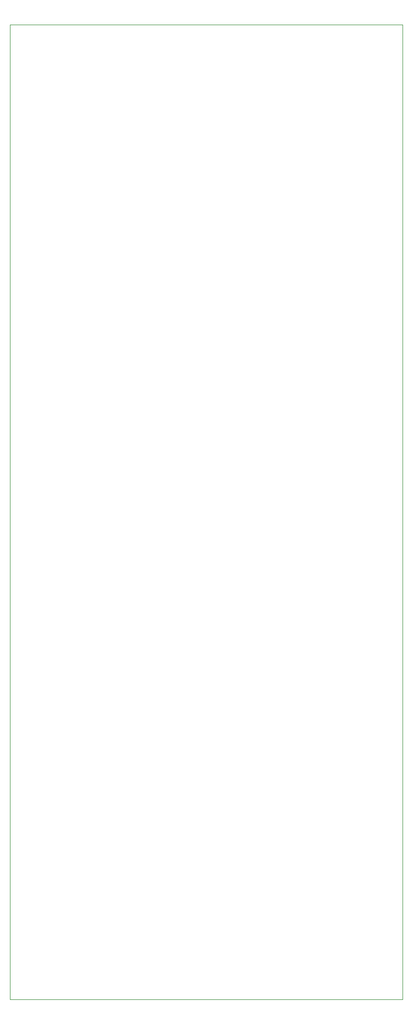
<source format=gbr>
%TF.GenerationSoftware,KiCad,Pcbnew,(6.0.8)*%
%TF.CreationDate,2023-01-05T07:28:54-08:00*%
%TF.ProjectId,Test,54657374-2e6b-4696-9361-645f70636258,Rev0.1*%
%TF.SameCoordinates,Original*%
%TF.FileFunction,Profile,NP*%
%FSLAX46Y46*%
G04 Gerber Fmt 4.6, Leading zero omitted, Abs format (unit mm)*
G04 Created by KiCad (PCBNEW (6.0.8)) date 2023-01-05 07:28:54*
%MOMM*%
%LPD*%
G01*
G04 APERTURE LIST*
%TA.AperFunction,Profile*%
%ADD10C,0.100000*%
%TD*%
G04 APERTURE END LIST*
D10*
X38100000Y-17780000D02*
X101600000Y-17780000D01*
X101600000Y-17780000D02*
X101600000Y-175260000D01*
X101600000Y-175260000D02*
X38100000Y-175260000D01*
X38100000Y-175260000D02*
X38100000Y-17780000D01*
M02*

</source>
